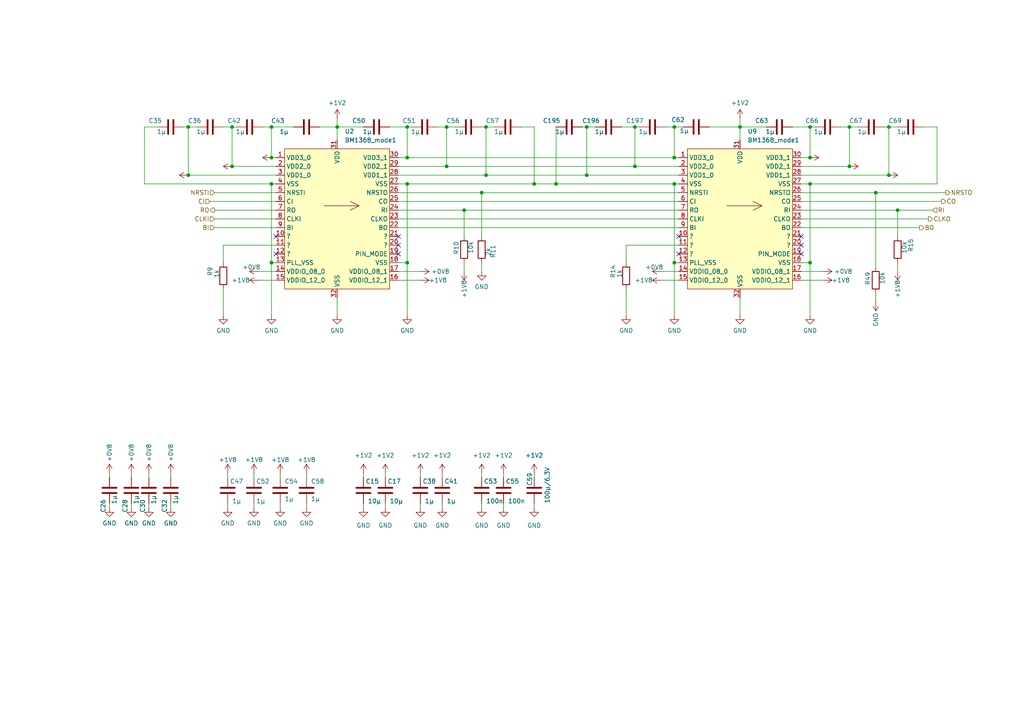
<source format=kicad_sch>
(kicad_sch (version 20231120) (generator "eeschema") (generator_version "8.0")
  (paper "A4")
  (lib_symbols
    (symbol "Device:C" (pin_numbers hide) (pin_names (offset 0.254))
      (property "Reference" "C" (at 0.635 2.54 0))
      (property "Value" "C" (at 0.635 -2.54 0))
      (symbol "C_0_1"
        (polyline (pts (xy -2.032 -0.762) (xy 2.032 -0.762)) (stroke (width 0.508)))
        (polyline (pts (xy -2.032 0.762) (xy 2.032 0.762)) (stroke (width 0.508)))
      )
      (symbol "C_1_1"
        (pin passive line (at 0 3.81 270) (length 2.794) (name "~") (number "1"))
        (pin passive line (at 0 -3.81 90) (length 2.794) (name "~") (number "2"))
      )
    )
    (symbol "Device:R" (pin_numbers hide) (pin_names (offset 0))
      (property "Reference" "R" (at 2.032 0 90))
      (property "Value" "R" (at 0 0 90))
      (symbol "R_0_1"
        (rectangle (start -1.016 -2.54) (end 1.016 2.54) (stroke (width 0.254)))
      )
      (symbol "R_1_1"
        (pin passive line (at 0 3.81 270) (length 1.27) (name "~") (number "1"))
        (pin passive line (at 0 -3.81 90) (length 1.27) (name "~") (number "2"))
      )
    )
    (symbol "GND_7" (power) (pin_names (offset 0))
      (property "Value" "GND_7" (at 0 -3.81 0))
      (symbol "GND_7_0_1"
        (polyline (pts (xy 0 0) (xy 0 -1.27) (xy 1.27 -1.27) (xy 0 -2.54) (xy -1.27 -1.27) (xy 0 -1.27)))
      )
      (symbol "GND_7_1_1"
        (pin power_in line (at 0 0 270) (length 0) hide (name "GND") (number "1"))
      )
    )
    (symbol "mylib7:+0V8" (power) (exclude_from_sim yes) (in_bom no) (on_board no)
      (property "Value" "+0V8" (at 0 3.175 90))
      (symbol "+0V8_0_1"
        (polyline (pts (xy -0.762 1.27) (xy 0 2.54)))
        (polyline (pts (xy 0 0) (xy 0 2.54)))
        (polyline (pts (xy 0 2.54) (xy 0.762 1.27)))
      )
      (symbol "+0V8_1_1"
        (pin power_in line (at 0 0 90) (length 0) hide (name "+0V8") (number "1"))
      )
    )
    (symbol "mylib7:BM1368_mode1"
      (property "Reference" "U4" (at -15.24 21.59 0))
      (property "Value" "BM1368_mode1" (at 1.905 21.59 0))
      (symbol "BM1368_mode1_0_1"
        (rectangle (start -15.24 20.32) (end 15.24 -20.32) (fill (type background)))
        (polyline (pts (xy -3.81 3.81) (xy 6.35 3.81)))
        (polyline (pts (xy 3.81 2.54) (xy 6.35 3.81)))
        (polyline (pts (xy 3.81 5.08) (xy 6.35 3.81)))
      )
      (symbol "BM1368_mode1_1_1"
        (pin power_in line (at -17.78 17.78 0) (length 2.54) (name "VDD3_0") (number "1"))
        (pin unspecified line (at -17.78 -5.08 0) (length 2.54) (name "?") (number "10"))
        (pin unspecified line (at -17.78 -7.62 0) (length 2.54) (name "?") (number "11"))
        (pin unspecified line (at -17.78 -10.16 0) (length 2.54) (name "?") (number "12"))
        (pin power_in line (at -17.78 -12.7 0) (length 2.54) (name "PLL_VSS") (number "13"))
        (pin power_in line (at -17.78 -15.24 0) (length 2.54) (name "VDDIO_08_0") (number "14"))
        (pin power_in line (at -17.78 -17.78 0) (length 2.54) (name "VDDIO_12_0") (number "15"))
        (pin power_in line (at 17.78 -17.78 180) (length 2.54) (name "VDDIO_12_1") (number "16"))
        (pin power_in line (at 17.78 -15.24 180) (length 2.54) (name "VDDIO_08_1") (number "17"))
        (pin power_in line (at 17.78 -12.7 180) (length 2.54) (name "VSS") (number "18"))
        (pin input line (at 17.78 -10.16 180) (length 2.54) (name "PIN_MODE") (number "19"))
        (pin power_in line (at -17.78 15.24 0) (length 2.54) (name "VDD2_0") (number "2"))
        (pin unspecified line (at 17.78 -7.62 180) (length 2.54) (name "?") (number "20"))
        (pin unspecified line (at 17.78 -5.08 180) (length 2.54) (name "?") (number "21"))
        (pin output line (at 17.78 -2.54 180) (length 2.54) (name "BO") (number "22"))
        (pin output line (at 17.78 0 180) (length 2.54) (name "CLKO") (number "23"))
        (pin input line (at 17.78 2.54 180) (length 2.54) (name "RI") (number "24"))
        (pin output line (at 17.78 5.08 180) (length 2.54) (name "CO") (number "25"))
        (pin output line (at 17.78 7.62 180) (length 2.54) (name "NRSTO") (number "26"))
        (pin power_in line (at 17.78 10.16 180) (length 2.54) (name "VSS") (number "27"))
        (pin power_in line (at 17.78 12.7 180) (length 2.54) (name "VDD1_1") (number "28"))
        (pin power_in line (at 17.78 15.24 180) (length 2.54) (name "VDD2_1") (number "29"))
        (pin power_in line (at -17.78 12.7 0) (length 2.54) (name "VDD1_0") (number "3"))
        (pin power_in line (at 17.78 17.78 180) (length 2.54) (name "VDD3_1") (number "30"))
        (pin power_in line (at 0 22.86 270) (length 2.54) (name "VDD") (number "31"))
        (pin power_in line (at 0 -22.86 90) (length 2.54) (name "VSS") (number "32"))
        (pin power_in line (at -17.78 10.16 0) (length 2.54) (name "VSS") (number "4"))
        (pin input line (at -17.78 7.62 0) (length 2.54) (name "NRSTI") (number "5"))
        (pin input line (at -17.78 5.08 0) (length 2.54) (name "CI") (number "6"))
        (pin output line (at -17.78 2.54 0) (length 2.54) (name "RO") (number "7"))
        (pin input line (at -17.78 0 0) (length 2.54) (name "CLKI") (number "8"))
        (pin input line (at -17.78 -2.54 0) (length 2.54) (name "BI") (number "9"))
      )
    )
    (symbol "power:+1V2" (power) (pin_names (offset 0))
      (property "Value" "+1V2" (at 0 3.556 0))
      (symbol "+1V2_0_1"
        (polyline (pts (xy -0.762 1.27) (xy 0 2.54)))
        (polyline (pts (xy 0 0) (xy 0 2.54)))
        (polyline (pts (xy 0 2.54) (xy 0.762 1.27)))
      )
      (symbol "+1V2_1_1"
        (pin power_in line (at 0 0 90) (length 0) hide (name "+1V2") (number "1"))
      )
    )
    (symbol "power:+1V8" (power) (pin_names (offset 0))
      (property "Value" "+1V8" (at 0 3.556 0))
      (symbol "+1V8_0_1"
        (polyline (pts (xy -0.762 1.27) (xy 0 2.54)))
        (polyline (pts (xy 0 0) (xy 0 2.54)))
        (polyline (pts (xy 0 2.54) (xy 0.762 1.27)))
      )
      (symbol "+1V8_1_1"
        (pin power_in line (at 0 0 90) (length 0) hide (name "+1V8") (number "1"))
      )
    )
    (symbol "power:GND" (power) (pin_names (offset 0))
      (property "Value" "GND" (at 0 -3.81 0))
      (symbol "GND_0_1"
        (polyline (pts (xy 0 0) (xy 0 -1.27) (xy 1.27 -1.27) (xy 0 -2.54) (xy -1.27 -1.27) (xy 0 -1.27)))
      )
      (symbol "GND_1_1"
        (pin power_in line (at 0 0 270) (length 0) hide (name "GND") (number "1"))
      )
    )
    (symbol "power:VDD" (power) (pin_numbers hide) (pin_names (offset 0) hide)
      (property "Value" "VDD" (at 0 3.556 0))
      (symbol "VDD_0_1"
        (polyline (pts (xy -0.762 1.27) (xy 0 2.54)))
        (polyline (pts (xy 0 0) (xy 0 2.54)))
        (polyline (pts (xy 0 2.54) (xy 0.762 1.27)))
      )
      (symbol "VDD_1_1"
        (pin power_in line (at 0 0 90) (length 0) (name "~") (number "1"))
      )
    )
  )
  (junction (at 118.11 45.72))
  (junction (at 184.15 36.83))
  (junction (at 67.31 36.83))
  (junction (at 118.11 36.83))
  (junction (at 170.18 50.8))
  (junction (at 246.38 36.83))
  (junction (at 257.81 36.83))
  (junction (at 78.74 76.2))
  (junction (at 140.97 50.8))
  (junction (at 234.95 45.72))
  (junction (at 154.94 53.34))
  (junction (at 195.58 36.83))
  (junction (at 139.7 55.88))
  (junction (at 134.62 60.96))
  (junction (at 67.31 48.26))
  (junction (at 234.95 53.34))
  (junction (at 234.95 76.2))
  (junction (at 97.79 36.83))
  (junction (at 257.81 50.8))
  (junction (at 254 55.88))
  (junction (at 78.74 36.83))
  (junction (at 195.58 45.72))
  (junction (at 129.54 36.83))
  (junction (at 54.61 50.8))
  (junction (at 184.15 48.26))
  (junction (at 118.11 53.34))
  (junction (at 214.63 36.83))
  (junction (at 78.74 53.34))
  (junction (at 195.58 76.2))
  (junction (at 78.74 45.72))
  (junction (at 118.11 76.2))
  (junction (at 140.97 36.83))
  (junction (at 260.35 60.96))
  (junction (at 234.95 36.83))
  (junction (at 129.54 48.26))
  (junction (at 54.61 36.83))
  (junction (at 170.18 36.83))
  (junction (at 246.38 48.26))
  (junction (at 161.29 53.34))
  (junction (at 195.58 53.34))
  (no_connect (at 196.85 68.58))
  (no_connect (at 115.57 68.58))
  (no_connect (at 115.57 73.66))
  (no_connect (at 196.85 73.66))
  (no_connect (at 232.41 73.66))
  (no_connect (at 115.57 71.12))
  (no_connect (at 232.41 71.12))
  (no_connect (at 80.01 68.58))
  (no_connect (at 80.01 73.66))
  (no_connect (at 232.41 68.58))
  (wire (pts (xy 115.57 50.8) (xy 140.97 50.8)))
  (wire (pts (xy 139.7 146.05) (xy 139.7 147.32)))
  (wire (pts (xy 170.18 36.83) (xy 172.72 36.83)))
  (wire (pts (xy 260.35 60.96) (xy 260.35 68.58)))
  (wire (pts (xy 271.78 53.34) (xy 271.78 36.83)))
  (wire (pts (xy 196.85 53.34) (xy 195.58 53.34)))
  (wire (pts (xy 154.94 36.83) (xy 151.13 36.83)))
  (wire (pts (xy 234.95 53.34) (xy 234.95 76.2)))
  (wire (pts (xy 246.38 48.26) (xy 246.38 36.83)))
  (wire (pts (xy 74.93 81.28) (xy 80.01 81.28)))
  (wire (pts (xy 234.95 53.34) (xy 271.78 53.34)))
  (wire (pts (xy 181.61 71.12) (xy 196.85 71.12)))
  (wire (pts (xy 214.63 34.29) (xy 214.63 36.83)))
  (wire (pts (xy 88.9 146.05) (xy 88.9 147.32)))
  (wire (pts (xy 121.92 146.05) (xy 121.92 147.32)))
  (wire (pts (xy 234.95 36.83) (xy 236.22 36.83)))
  (wire (pts (xy 191.77 81.28) (xy 196.85 81.28)))
  (wire (pts (xy 260.35 76.2) (xy 260.35 78.74)))
  (wire (pts (xy 232.41 53.34) (xy 234.95 53.34)))
  (wire (pts (xy 134.62 60.96) (xy 196.85 60.96)))
  (wire (pts (xy 254 55.88) (xy 254 77.47)))
  (wire (pts (xy 97.79 34.29) (xy 97.79 36.83)))
  (wire (pts (xy 198.12 36.83) (xy 195.58 36.83)))
  (wire (pts (xy 181.61 83.82) (xy 181.61 91.44)))
  (wire (pts (xy 195.58 76.2) (xy 195.58 91.44)))
  (wire (pts (xy 88.9 138.43) (xy 88.9 137.16)))
  (wire (pts (xy 97.79 86.36) (xy 97.79 91.44)))
  (wire (pts (xy 161.29 53.34) (xy 195.58 53.34)))
  (wire (pts (xy 154.94 53.34) (xy 154.94 36.83)))
  (wire (pts (xy 139.7 36.83) (xy 140.97 36.83)))
  (wire (pts (xy 118.11 53.34) (xy 154.94 53.34)))
  (wire (pts (xy 154.94 53.34) (xy 161.29 53.34)))
  (wire (pts (xy 118.11 76.2) (xy 118.11 91.44)))
  (wire (pts (xy 43.18 137.16) (xy 43.18 138.43)))
  (wire (pts (xy 78.74 76.2) (xy 78.74 91.44)))
  (wire (pts (xy 78.74 53.34) (xy 78.74 76.2)))
  (wire (pts (xy 78.74 53.34) (xy 41.91 53.34)))
  (wire (pts (xy 128.27 146.05) (xy 128.27 147.32)))
  (wire (pts (xy 49.53 137.16) (xy 49.53 138.43)))
  (wire (pts (xy 64.77 71.12) (xy 64.77 76.2)))
  (wire (pts (xy 67.31 36.83) (xy 68.58 36.83)))
  (wire (pts (xy 115.57 66.04) (xy 196.85 66.04)))
  (wire (pts (xy 128.27 137.16) (xy 128.27 138.43)))
  (wire (pts (xy 73.66 137.16) (xy 73.66 138.43)))
  (wire (pts (xy 134.62 60.96) (xy 134.62 68.58)))
  (wire (pts (xy 191.77 78.74) (xy 196.85 78.74)))
  (wire (pts (xy 97.79 36.83) (xy 97.79 40.64)))
  (wire (pts (xy 271.78 36.83) (xy 267.97 36.83)))
  (wire (pts (xy 113.03 36.83) (xy 118.11 36.83)))
  (wire (pts (xy 115.57 45.72) (xy 118.11 45.72)))
  (wire (pts (xy 234.95 45.72) (xy 234.95 36.83)))
  (wire (pts (xy 31.75 137.16) (xy 31.75 138.43)))
  (wire (pts (xy 41.91 53.34) (xy 41.91 36.83)))
  (wire (pts (xy 111.76 146.05) (xy 111.76 147.32)))
  (wire (pts (xy 154.94 137.16) (xy 154.94 138.43)))
  (wire (pts (xy 170.18 50.8) (xy 196.85 50.8)))
  (wire (pts (xy 81.28 138.43) (xy 81.28 137.16)))
  (wire (pts (xy 129.54 48.26) (xy 129.54 36.83)))
  (wire (pts (xy 54.61 36.83) (xy 57.15 36.83)))
  (wire (pts (xy 115.57 78.74) (xy 121.92 78.74)))
  (wire (pts (xy 232.41 76.2) (xy 234.95 76.2)))
  (wire (pts (xy 78.74 36.83) (xy 85.09 36.83)))
  (wire (pts (xy 31.75 146.05) (xy 31.75 147.32)))
  (wire (pts (xy 184.15 36.83) (xy 184.15 48.26)))
  (wire (pts (xy 129.54 48.26) (xy 184.15 48.26)))
  (wire (pts (xy 64.77 71.12) (xy 80.01 71.12)))
  (wire (pts (xy 254 55.88) (xy 274.32 55.88)))
  (wire (pts (xy 269.24 63.5) (xy 232.41 63.5)))
  (wire (pts (xy 38.1 146.05) (xy 38.1 147.32)))
  (wire (pts (xy 54.61 50.8) (xy 80.01 50.8)))
  (wire (pts (xy 115.57 53.34) (xy 118.11 53.34)))
  (wire (pts (xy 54.61 50.8) (xy 54.61 36.83)))
  (wire (pts (xy 115.57 81.28) (xy 121.92 81.28)))
  (wire (pts (xy 38.1 137.16) (xy 38.1 138.43)))
  (wire (pts (xy 257.81 36.83) (xy 260.35 36.83)))
  (wire (pts (xy 181.61 71.12) (xy 181.61 76.2)))
  (wire (pts (xy 161.29 36.83) (xy 161.29 53.34)))
  (wire (pts (xy 195.58 76.2) (xy 196.85 76.2)))
  (wire (pts (xy 256.54 36.83) (xy 257.81 36.83)))
  (wire (pts (xy 232.41 81.28) (xy 238.76 81.28)))
  (wire (pts (xy 180.34 36.83) (xy 184.15 36.83)))
  (wire (pts (xy 232.41 66.04) (xy 266.7 66.04)))
  (wire (pts (xy 146.05 137.16) (xy 146.05 138.43)))
  (wire (pts (xy 64.77 83.82) (xy 64.77 91.44)))
  (wire (pts (xy 214.63 36.83) (xy 222.25 36.83)))
  (wire (pts (xy 170.18 36.83) (xy 170.18 50.8)))
  (wire (pts (xy 62.23 63.5) (xy 80.01 63.5)))
  (wire (pts (xy 195.58 45.72) (xy 196.85 45.72)))
  (wire (pts (xy 140.97 36.83) (xy 143.51 36.83)))
  (wire (pts (xy 41.91 36.83) (xy 45.72 36.83)))
  (wire (pts (xy 195.58 53.34) (xy 195.58 76.2)))
  (wire (pts (xy 115.57 58.42) (xy 196.85 58.42)))
  (wire (pts (xy 127 36.83) (xy 129.54 36.83)))
  (wire (pts (xy 140.97 50.8) (xy 170.18 50.8)))
  (wire (pts (xy 232.41 48.26) (xy 246.38 48.26)))
  (wire (pts (xy 67.31 48.26) (xy 67.31 36.83)))
  (wire (pts (xy 115.57 48.26) (xy 129.54 48.26)))
  (wire (pts (xy 168.91 36.83) (xy 170.18 36.83)))
  (wire (pts (xy 115.57 60.96) (xy 134.62 60.96)))
  (wire (pts (xy 78.74 45.72) (xy 80.01 45.72)))
  (wire (pts (xy 139.7 76.2) (xy 139.7 78.74)))
  (wire (pts (xy 74.93 78.74) (xy 80.01 78.74)))
  (wire (pts (xy 43.18 146.05) (xy 43.18 147.32)))
  (wire (pts (xy 232.41 45.72) (xy 234.95 45.72)))
  (wire (pts (xy 205.74 36.83) (xy 214.63 36.83)))
  (wire (pts (xy 111.76 137.16) (xy 111.76 138.43)))
  (wire (pts (xy 62.23 66.04) (xy 80.01 66.04)))
  (wire (pts (xy 118.11 36.83) (xy 119.38 36.83)))
  (wire (pts (xy 64.77 36.83) (xy 67.31 36.83)))
  (wire (pts (xy 118.11 45.72) (xy 195.58 45.72)))
  (wire (pts (xy 214.63 86.36) (xy 214.63 91.44)))
  (wire (pts (xy 195.58 36.83) (xy 195.58 45.72)))
  (wire (pts (xy 254 85.09) (xy 254 87.63)))
  (wire (pts (xy 67.31 48.26) (xy 80.01 48.26)))
  (wire (pts (xy 105.41 137.16) (xy 105.41 138.43)))
  (wire (pts (xy 232.41 78.74) (xy 238.76 78.74)))
  (wire (pts (xy 92.71 36.83) (xy 97.79 36.83)))
  (wire (pts (xy 115.57 63.5) (xy 196.85 63.5)))
  (wire (pts (xy 62.23 60.96) (xy 80.01 60.96)))
  (wire (pts (xy 105.41 146.05) (xy 105.41 147.32)))
  (wire (pts (xy 140.97 50.8) (xy 140.97 36.83)))
  (wire (pts (xy 229.87 36.83) (xy 234.95 36.83)))
  (wire (pts (xy 73.66 146.05) (xy 73.66 147.32)))
  (wire (pts (xy 243.84 36.83) (xy 246.38 36.83)))
  (wire (pts (xy 134.62 76.2) (xy 134.62 78.74)))
  (wire (pts (xy 139.7 55.88) (xy 196.85 55.88)))
  (wire (pts (xy 234.95 76.2) (xy 234.95 91.44)))
  (wire (pts (xy 129.54 36.83) (xy 132.08 36.83)))
  (wire (pts (xy 53.34 36.83) (xy 54.61 36.83)))
  (wire (pts (xy 49.53 146.05) (xy 49.53 147.32)))
  (wire (pts (xy 214.63 36.83) (xy 214.63 40.64)))
  (wire (pts (xy 139.7 55.88) (xy 139.7 68.58)))
  (wire (pts (xy 78.74 76.2) (xy 80.01 76.2)))
  (wire (pts (xy 118.11 45.72) (xy 118.11 36.83)))
  (wire (pts (xy 232.41 60.96) (xy 260.35 60.96)))
  (wire (pts (xy 273.05 58.42) (xy 232.41 58.42)))
  (wire (pts (xy 66.04 146.05) (xy 66.04 147.32)))
  (wire (pts (xy 115.57 55.88) (xy 139.7 55.88)))
  (wire (pts (xy 184.15 36.83) (xy 185.42 36.83)))
  (wire (pts (xy 81.28 146.05) (xy 81.28 147.32)))
  (wire (pts (xy 257.81 50.8) (xy 257.81 36.83)))
  (wire (pts (xy 232.41 55.88) (xy 254 55.88)))
  (wire (pts (xy 60.96 58.42) (xy 80.01 58.42)))
  (wire (pts (xy 139.7 137.16) (xy 139.7 138.43)))
  (wire (pts (xy 76.2 36.83) (xy 78.74 36.83)))
  (wire (pts (xy 115.57 76.2) (xy 118.11 76.2)))
  (wire (pts (xy 193.04 36.83) (xy 195.58 36.83)))
  (wire (pts (xy 121.92 137.16) (xy 121.92 138.43)))
  (wire (pts (xy 146.05 146.05) (xy 146.05 147.32)))
  (wire (pts (xy 232.41 50.8) (xy 257.81 50.8)))
  (wire (pts (xy 118.11 53.34) (xy 118.11 76.2)))
  (wire (pts (xy 184.15 48.26) (xy 196.85 48.26)))
  (wire (pts (xy 246.38 36.83) (xy 248.92 36.83)))
  (wire (pts (xy 260.35 60.96) (xy 270.51 60.96)))
  (wire (pts (xy 97.79 36.83) (xy 105.41 36.83)))
  (wire (pts (xy 66.04 137.16) (xy 66.04 138.43)))
  (wire (pts (xy 78.74 36.83) (xy 78.74 45.72)))
  (wire (pts (xy 80.01 53.34) (xy 78.74 53.34)))
  (wire (pts (xy 62.23 55.88) (xy 80.01 55.88)))
  (wire (pts (xy 154.94 146.05) (xy 154.94 147.32)))
  (hierarchical_label "NRSTO" (shape output) (at 274.32 55.88 0))
  (hierarchical_label "RI" (shape input) (at 270.51 60.96 0))
  (hierarchical_label "BI" (shape input) (at 62.23 66.04 180))
  (hierarchical_label "CLKO" (shape output) (at 269.24 63.5 0))
  (hierarchical_label "CI" (shape input) (at 60.96 58.42 180))
  (hierarchical_label "BO" (shape output) (at 266.7 66.04 0))
  (hierarchical_label "CO" (shape output) (at 273.05 58.42 0))
  (hierarchical_label "RO" (shape output) (at 62.23 60.96 180))
  (hierarchical_label "NRSTI" (shape input) (at 62.23 55.88 180))
  (hierarchical_label "CLKI" (shape input) (at 62.23 63.5 180))
  (symbol (lib_id "power:+1V2") (at 139.7 137.16 0) (unit 1)
    (property "Reference" "#PWR089" (effects (hide yes)))
    (property "Value" "+1V2" (at 139.7 132.08 0))
    (instances (project "Nerd8" (path "" (reference "#PWR089") (unit 1)) (path "" (reference "#PWR0129") (unit 1)) (path "" (reference "#PWR0260") (unit 1)) (path "" (reference "#PWR0303") (unit 1))))
  )
  (symbol (lib_id "Device:C") (at 123.19 36.83 90) (unit 1)
    (property "Reference" "C51" (at 120.65 34.29 90) (effects (justify left bottom)))
    (property "Value" "1µ" (at 121.92 37.465 90) (effects (justify left bottom)))
    (property "Footprint" "Capacitor_SMD:C_0805_2012Metric" (effects (hide yes)))
    (instances (project "Nerd8" (path "" (reference "C51") (unit 1)) (path "" (reference "C71") (unit 1)) (path "" (reference "C136") (unit 1)) (path "" (reference "C164") (unit 1))))
  )
  (symbol (lib_id "power:VDD") (at 54.61 50.8 90) (unit 1)
    (property "Reference" "#PWR0359" (effects (hide yes)))
    (property "Value" "VDD1_1" (effects (hide yes)))
    (property "Description" "Power symbol creates a global label with name \"VDD\"" (effects (hide yes)))
    (instances (project "Nerd8" (path "" (reference "#PWR0359") (unit 1)) (path "" (reference "#PWR0360") (unit 1)) (path "" (reference "#PWR0361") (unit 1)) (path "" (reference "#PWR0362") (unit 1))))
  )
  (symbol (lib_id "power:GND") (at 64.77 91.44 0) (mirror y) (unit 1)
    (property "Reference" "#PWR091" (effects (hide yes)))
    (property "Value" "GND" (at 64.77 95.885 0))
    (instances (project "Nerd8" (path "" (reference "#PWR091") (unit 1)) (path "" (reference "#PWR065") (unit 1)) (path "" (reference "#PWR0234") (unit 1)) (path "" (reference "#PWR0278") (unit 1))))
  )
  (symbol (lib_id "Device:C") (at 121.92 142.24 0) (unit 1)
    (property "Reference" "C38" (at 122.555 140.335 0) (effects (justify left bottom)))
    (property "Value" "1µ" (at 123.19 146.05 0) (effects (justify left bottom)))
    (property "Footprint" "Capacitor_SMD:C_0805_2012Metric" (effects (hide yes)))
    (instances (project "Nerd8" (path "" (reference "C38") (unit 1)) (path "" (reference "C70") (unit 1)) (path "" (reference "C135") (unit 1)) (path "" (reference "C163") (unit 1))))
  )
  (symbol (lib_id "power:+1V8") (at 88.9 137.16 0) (unit 1)
    (property "Reference" "#PWR099" (effects (hide yes)))
    (property "Value" "+1V8" (at 88.9 133.35 0))
    (instances (project "Nerd8" (path "" (reference "#PWR099") (unit 1)) (path "" (reference "#PWR080") (unit 1)) (path "" (reference "#PWR0244") (unit 1)) (path "" (reference "#PWR0287") (unit 1))))
  )
  (symbol (lib_id "power:+1V8") (at 81.28 137.16 0) (unit 1)
    (property "Reference" "#PWR093" (effects (hide yes)))
    (property "Value" "+1V8" (at 81.28 133.35 0))
    (instances (project "Nerd8" (path "" (reference "#PWR093") (unit 1)) (path "" (reference "#PWR078") (unit 1)) (path "" (reference "#PWR0242") (unit 1)) (path "" (reference "#PWR0285") (unit 1))))
  )
  (symbol (lib_id "Device:C") (at 165.1 36.83 90) (unit 1)
    (property "Reference" "C195" (at 162.56 34.29 90) (effects (justify left bottom)))
    (property "Value" "1µ" (at 163.83 37.465 90) (effects (justify left bottom)))
    (property "Footprint" "Capacitor_SMD:C_0805_2012Metric" (effects (hide yes)))
    (instances (project "Nerd8" (path "" (reference "C195") (unit 1)) (path "" (reference "C203") (unit 1)) (path "" (reference "C211") (unit 1)) (path "" (reference "C219") (unit 1))))
  )
  (symbol (lib_id "Device:C") (at 264.16 36.83 90) (unit 1)
    (property "Reference" "C69" (at 261.62 34.29 90) (effects (justify left bottom)))
    (property "Value" "1µ" (at 262.89 37.465 90) (effects (justify left bottom)))
    (property "Footprint" "Capacitor_SMD:C_0805_2012Metric" (effects (hide yes)))
    (instances (project "Nerd8" (path "" (reference "C69") (unit 1)) (path "" (reference "C93") (unit 1)) (path "" (reference "C147") (unit 1)) (path "" (reference "C175") (unit 1))))
  )
  (symbol (lib_id "power:GND") (at 139.7 78.74 0) (mirror y) (unit 1)
    (property "Reference" "#PWR0117" (effects (hide yes)))
    (property "Value" "GND" (at 139.7 83.185 0))
    (instances (project "Nerd8" (path "" (reference "#PWR0117") (unit 1)) (path "" (reference "#PWR0128") (unit 1)) (path "" (reference "#PWR0259") (unit 1)) (path "" (reference "#PWR0302") (unit 1))))
  )
  (symbol (lib_id "power:+1V8") (at 134.62 78.74 180) (unit 1)
    (property "Reference" "#PWR0110" (effects (hide yes)))
    (property "Value" "+1V8" (at 134.62 83.82 90))
    (instances (project "Nerd8" (path "" (reference "#PWR0110") (unit 1)) (path "" (reference "#PWR0127") (unit 1)) (path "" (reference "#PWR0258") (unit 1)) (path "" (reference "#PWR0301") (unit 1))))
  )
  (symbol (lib_id "Device:C") (at 66.04 142.24 0) (unit 1)
    (property "Reference" "C47" (at 66.675 140.335 0) (effects (justify left bottom)))
    (property "Value" "1µ" (at 67.31 146.05 0) (effects (justify left bottom)))
    (property "Footprint" "Capacitor_SMD:C_0805_2012Metric" (effects (hide yes)))
    (instances (project "Nerd8" (path "" (reference "C47") (unit 1)) (path "" (reference "C40") (unit 1)) (path "" (reference "C126") (unit 1)) (path "" (reference "C154") (unit 1))))
  )
  (symbol (lib_id "power:+1V8") (at 73.66 137.16 0) (unit 1)
    (property "Reference" "#PWR087" (effects (hide yes)))
    (property "Value" "+1V8" (at 73.66 133.35 0))
    (instances (project "Nerd8" (path "" (reference "#PWR087") (unit 1)) (path "" (reference "#PWR069") (unit 1)) (path "" (reference "#PWR0238") (unit 1)) (path "" (reference "#PWR0281") (unit 1))))
  )
  (symbol (lib_id "mylib7:+0V8") (at 38.1 137.16 0) (unit 1)
    (property "Reference" "#U03" (effects (hide yes)))
    (property "Value" "+0V8" (at 38.1 133.985 90) (effects (justify left)))
    (property "Distributor" "-" (effects (hide yes)))
    (instances (project "Nerd8" (path "" (reference "#U03") (unit 1)) (path "" (reference "#U07") (unit 1)) (path "" (reference "#U019") (unit 1)) (path "" (reference "#U027") (unit 1))))
  )
  (symbol (lib_id "Device:C") (at 88.9 142.24 0) (unit 1)
    (property "Reference" "C58" (at 90.17 140.335 0) (effects (justify left bottom)))
    (property "Value" "1µ" (at 90.17 145.415 0) (effects (justify left bottom)))
    (property "Footprint" "Capacitor_SMD:C_0805_2012Metric" (effects (hide yes)))
    (instances (project "Nerd8" (path "" (reference "C58") (unit 1)) (path "" (reference "C61") (unit 1)) (path "" (reference "C131") (unit 1)) (path "" (reference "C159") (unit 1))))
  )
  (symbol (lib_id "power:+1V2") (at 214.63 34.29 0) (unit 1)
    (property "Reference" "#PWR0121" (effects (hide yes)))
    (property "Value" "+1V2" (at 214.63 29.845 0))
    (instances (project "Nerd8" (path "" (reference "#PWR0121") (unit 1)) (path "" (reference "#PWR0138") (unit 1)) (path "" (reference "#PWR0269") (unit 1)) (path "" (reference "#PWR0312") (unit 1))))
  )
  (symbol (lib_id "power:+1V2") (at 128.27 137.16 0) (unit 1)
    (property "Reference" "#PWR076" (effects (hide yes)))
    (property "Value" "+1V2" (at 128.27 132.08 0))
    (instances (project "Nerd8" (path "" (reference "#PWR076") (unit 1)) (path "" (reference "#PWR0116") (unit 1)) (path "" (reference "#PWR0256") (unit 1)) (path "" (reference "#PWR0299") (unit 1))))
  )
  (symbol (lib_id "Device:C") (at 109.22 36.83 90) (unit 1)
    (property "Reference" "C50" (at 106.045 34.29 90) (effects (justify left bottom)))
    (property "Value" "1µ" (at 107.95 37.465 90) (effects (justify left bottom)))
    (property "Footprint" "Capacitor_SMD:C_0805_2012Metric" (effects (hide yes)))
    (instances (project "Nerd8" (path "" (reference "C50") (unit 1)) (path "" (reference "C65") (unit 1)) (path "" (reference "C133") (unit 1)) (path "" (reference "C161") (unit 1))))
  )
  (symbol (lib_id "power:+1V8") (at 121.92 81.28 270) (unit 1)
    (property "Reference" "#PWR0109" (effects (hide yes)))
    (property "Value" "+1V8" (at 127 81.28 90))
    (instances (project "Nerd8" (path "" (reference "#PWR0109") (unit 1)) (path "" (reference "#PWR0113") (unit 1)) (path "" (reference "#PWR0253") (unit 1)) (path "" (reference "#PWR0296") (unit 1))))
  )
  (symbol (lib_id "power:VDD") (at 246.38 48.26 270) (unit 1)
    (property "Reference" "#PWR0343" (effects (hide yes)))
    (property "Value" "VDD2_1" (effects (hide yes)))
    (property "Description" "Power symbol creates a global label with name \"VDD\"" (effects (hide yes)))
    (instances (project "Nerd8" (path "" (reference "#PWR0343") (unit 1)) (path "" (reference "#PWR0344") (unit 1)) (path "" (reference "#PWR0345") (unit 1)) (path "" (reference "#PWR0346") (unit 1))))
  )
  (symbol (lib_id "power:GND") (at 195.58 91.44 0) (mirror y) (unit 1)
    (property "Reference" "#PWR0120" (effects (hide yes)))
    (property "Value" "GND" (at 195.58 95.885 0))
    (instances (project "Nerd8" (path "" (reference "#PWR0120") (unit 1)) (path "" (reference "#PWR0137") (unit 1)) (path "" (reference "#PWR0268") (unit 1)) (path "" (reference "#PWR0311") (unit 1))))
  )
  (symbol (lib_id "mylib7:BM1368_mode1") (at 214.63 63.5 0) (unit 1)
    (property "Reference" "U9" (at 216.8241 38.1 0) (effects (justify left)))
    (property "Value" "BM1368_mode1" (at 216.8241 40.64 0) (effects (justify left)))
    (property "Footprint" "myfootprints:bm1368-package-modified" (effects (hide yes)))
    (property "Distributor" "X" (effects (hide yes)))
    (instances (project "Nerd8" (path "" (reference "U9") (unit 1)) (path "" (reference "U11") (unit 1)) (path "" (reference "U13") (unit 1)) (path "" (reference "U15") (unit 1))))
  )
  (symbol (lib_id "Device:R") (at 260.35 72.39 0) (unit 1)
    (property "Reference" "R15" (at 264.16 71.12 90))
    (property "Value" "10k" (at 262.255 71.755 90))
    (property "Footprint" "Resistor_SMD:R_0805_2012Metric" (effects (hide yes)))
    (instances (project "Nerd8" (path "" (reference "R15") (unit 1)) (path "" (reference "R20") (unit 1)) (path "" (reference "R41") (unit 1)) (path "" (reference "R46") (unit 1))))
  )
  (symbol (lib_name "GND_7") (lib_id "power:GND") (at 121.92 147.32 0) (unit 1)
    (property "Reference" "#PWR073" (effects (hide yes)))
    (property "Value" "GND" (at 121.92 152.4 0))
    (instances (project "Nerd8" (path "" (reference "#PWR073") (unit 1)) (path "" (reference "#PWR0115") (unit 1)) (path "" (reference "#PWR0255") (unit 1)) (path "" (reference "#PWR0298") (unit 1))))
  )
  (symbol (lib_id "power:GND") (at 78.74 91.44 0) (mirror y) (unit 1)
    (property "Reference" "#PWR095" (effects (hide yes)))
    (property "Value" "GND" (at 78.74 95.885 0))
    (instances (project "Nerd8" (path "" (reference "#PWR095") (unit 1)) (path "" (reference "#PWR074") (unit 1)) (path "" (reference "#PWR0241") (unit 1)) (path "" (reference "#PWR0284") (unit 1))))
  )
  (symbol (lib_id "Device:C") (at 240.03 36.83 90) (unit 1)
    (property "Reference" "C66" (at 237.49 34.29 90) (effects (justify left bottom)))
    (property "Value" "1µ" (at 238.76 37.465 90) (effects (justify left bottom)))
    (property "Footprint" "Capacitor_SMD:C_0805_2012Metric" (effects (hide yes)))
    (instances (project "Nerd8" (path "" (reference "C66") (unit 1)) (path "" (reference "C80") (unit 1)) (path "" (reference "C145") (unit 1)) (path "" (reference "C173") (unit 1))))
  )
  (symbol (lib_id "mylib7:+0V8") (at 74.93 78.74 90) (unit 1)
    (property "Reference" "#U010" (effects (hide yes)))
    (property "Value" "+0V8" (at 75.565 77.47 90) (effects (justify left)))
    (property "Distributor" "-" (effects (hide yes)))
    (instances (project "Nerd8" (path "" (reference "#U010") (unit 1)) (path "" (reference "#U014") (unit 1)) (path "" (reference "#U022") (unit 1)) (path "" (reference "#U032") (unit 1))))
  )
  (symbol (lib_id "power:+1V8") (at 74.93 81.28 90) (unit 1)
    (property "Reference" "#PWR092" (effects (hide yes)))
    (property "Value" "+1V8" (at 69.85 81.28 90))
    (instances (project "Nerd8" (path "" (reference "#PWR092") (unit 1)) (path "" (reference "#PWR071") (unit 1)) (path "" (reference "#PWR0240") (unit 1)) (path "" (reference "#PWR0283") (unit 1))))
  )
  (symbol (lib_id "power:+1V2") (at 105.41 137.16 0) (unit 1)
    (property "Reference" "#PWR037" (effects (hide yes)))
    (property "Value" "+1V2" (at 105.41 132.08 0))
    (instances (project "Nerd8" (path "" (reference "#PWR037") (unit 1)) (path "" (reference "#PWR0104") (unit 1)) (path "" (reference "#PWR0248") (unit 1)) (path "" (reference "#PWR0291") (unit 1))))
  )
  (symbol (lib_id "power:GND") (at 43.18 147.32 0) (mirror y) (unit 1)
    (property "Reference" "#PWR064" (effects (hide yes)))
    (property "Value" "GND" (at 43.18 151.765 0))
    (instances (project "Nerd8" (path "" (reference "#PWR064") (unit 1)) (path "" (reference "#PWR062") (unit 1)) (path "" (reference "#PWR0232") (unit 1)) (path "" (reference "#PWR0276") (unit 1))))
  )
  (symbol (lib_id "Device:C") (at 73.66 142.24 0) (unit 1)
    (property "Reference" "C52" (at 74.295 140.335 0) (effects (justify left bottom)))
    (property "Value" "1µ" (at 74.295 146.05 0) (effects (justify left bottom)))
    (property "Footprint" "Capacitor_SMD:C_0805_2012Metric" (effects (hide yes)))
    (instances (project "Nerd8" (path "" (reference "C52") (unit 1)) (path "" (reference "C46") (unit 1)) (path "" (reference "C128") (unit 1)) (path "" (reference "C156") (unit 1))))
  )
  (symbol (lib_id "power:+1V2") (at 121.92 137.16 0) (unit 1)
    (property "Reference" "#PWR072" (effects (hide yes)))
    (property "Value" "+1V2" (at 121.92 132.08 0))
    (instances (project "Nerd8" (path "" (reference "#PWR072") (unit 1)) (path "" (reference "#PWR0114") (unit 1)) (path "" (reference "#PWR0254") (unit 1)) (path "" (reference "#PWR0297") (unit 1))))
  )
  (symbol (lib_id "power:GND") (at 73.66 147.32 0) (mirror y) (unit 1)
    (property "Reference" "#PWR088" (effects (hide yes)))
    (property "Value" "GND" (at 73.66 151.765 0))
    (instances (project "Nerd8" (path "" (reference "#PWR088") (unit 1)) (path "" (reference "#PWR070") (unit 1)) (path "" (reference "#PWR0239") (unit 1)) (path "" (reference "#PWR0282") (unit 1))))
  )
  (symbol (lib_id "power:+1V2") (at 154.94 137.16 0) (unit 1)
    (property "Reference" "#PWR0101" (effects (hide yes)))
    (property "Value" "+1V2" (at 154.94 132.08 0))
    (instances (project "Nerd8" (path "" (reference "#PWR0101") (unit 1)) (path "" (reference "#PWR0134") (unit 1)) (path "" (reference "#PWR0265") (unit 1)) (path "" (reference "#PWR0308") (unit 1))))
  )
  (symbol (lib_id "Device:C") (at 176.53 36.83 90) (unit 1)
    (property "Reference" "C196" (at 173.99 34.29 90) (effects (justify left bottom)))
    (property "Value" "1µ" (at 175.26 37.465 90) (effects (justify left bottom)))
    (property "Footprint" "Capacitor_SMD:C_0805_2012Metric" (effects (hide yes)))
    (instances (project "Nerd8" (path "" (reference "C196") (unit 1)) (path "" (reference "C204") (unit 1)) (path "" (reference "C212") (unit 1)) (path "" (reference "C220") (unit 1))))
  )
  (symbol (lib_id "power:VDD") (at 67.31 48.26 90) (unit 1)
    (property "Reference" "#PWR0355" (effects (hide yes)))
    (property "Value" "VDD2_1" (effects (hide yes)))
    (property "Description" "Power symbol creates a global label with name \"VDD\"" (effects (hide yes)))
    (instances (project "Nerd8" (path "" (reference "#PWR0355") (unit 1)) (path "" (reference "#PWR0356") (unit 1)) (path "" (reference "#PWR0357") (unit 1)) (path "" (reference "#PWR0358") (unit 1))))
  )
  (symbol (lib_id "power:+1V2") (at 97.79 34.29 0) (unit 1)
    (property "Reference" "#PWR096" (effects (hide yes)))
    (property "Value" "+1V2" (at 97.79 29.845 0))
    (instances (project "Nerd8" (path "" (reference "#PWR096") (unit 1)) (path "" (reference "#PWR086") (unit 1)) (path "" (reference "#PWR0246") (unit 1)) (path "" (reference "#PWR0289") (unit 1))))
  )
  (symbol (lib_name "GND_7") (lib_id "power:GND") (at 105.41 147.32 0) (unit 1)
    (property "Reference" "#PWR038" (effects (hide yes)))
    (property "Value" "GND" (at 105.41 152.4 0))
    (instances (project "Nerd8" (path "" (reference "#PWR038") (unit 1)) (path "" (reference "#PWR0105") (unit 1)) (path "" (reference "#PWR0249") (unit 1)) (path "" (reference "#PWR0292") (unit 1))))
  )
  (symbol (lib_id "Device:C") (at 135.89 36.83 90) (unit 1)
    (property "Reference" "C56" (at 133.35 34.29 90) (effects (justify left bottom)))
    (property "Value" "1µ" (at 134.62 37.465 90) (effects (justify left bottom)))
    (property "Footprint" "Capacitor_SMD:C_0805_2012Metric" (effects (hide yes)))
    (instances (project "Nerd8" (path "" (reference "C56") (unit 1)) (path "" (reference "C73") (unit 1)) (path "" (reference "C138") (unit 1)) (path "" (reference "C166") (unit 1))))
  )
  (symbol (lib_name "GND_7") (lib_id "power:GND") (at 146.05 147.32 0) (unit 1)
    (property "Reference" "#PWR098" (effects (hide yes)))
    (property "Value" "GND" (at 146.05 152.4 0))
    (instances (project "Nerd8" (path "" (reference "#PWR098") (unit 1)) (path "" (reference "#PWR0133") (unit 1)) (path "" (reference "#PWR0264") (unit 1)) (path "" (reference "#PWR0307") (unit 1))))
  )
  (symbol (lib_id "mylib7:BM1368_mode1") (at 97.79 63.5 0) (unit 1)
    (property "Reference" "U2" (at 99.9841 38.1 0) (effects (justify left)))
    (property "Value" "BM1368_mode1" (at 99.9841 40.64 0) (effects (justify left)))
    (property "Footprint" "myfootprints:bm1368-package-modified" (effects (hide yes)))
    (property "Distributor" "X" (effects (hide yes)))
    (instances (project "Nerd8" (path "" (reference "U2") (unit 1)) (path "" (reference "U10") (unit 1)) (path "" (reference "U12") (unit 1)) (path "" (reference "U14") (unit 1))))
  )
  (symbol (lib_id "Device:C") (at 189.23 36.83 90) (unit 1)
    (property "Reference" "C197" (at 186.69 34.29 90) (effects (justify left bottom)))
    (property "Value" "1µ" (at 187.96 37.465 90) (effects (justify left bottom)))
    (property "Footprint" "Capacitor_SMD:C_0805_2012Metric" (effects (hide yes)))
    (instances (project "Nerd8" (path "" (reference "C197") (unit 1)) (path "" (reference "C205") (unit 1)) (path "" (reference "C213") (unit 1)) (path "" (reference "C221") (unit 1))))
  )
  (symbol (lib_id "power:GND") (at 81.28 147.32 0) (mirror y) (unit 1)
    (property "Reference" "#PWR094" (effects (hide yes)))
    (property "Value" "GND" (at 81.28 151.765 0))
    (instances (project "Nerd8" (path "" (reference "#PWR094") (unit 1)) (path "" (reference "#PWR079") (unit 1)) (path "" (reference "#PWR0243") (unit 1)) (path "" (reference "#PWR0286") (unit 1))))
  )
  (symbol (lib_id "Device:C") (at 43.18 142.24 180) (unit 1)
    (property "Reference" "C30" (at 40.64 144.78 90) (effects (justify left bottom)))
    (property "Value" "1µ" (at 43.815 143.51 90) (effects (justify left bottom)))
    (property "Footprint" "Capacitor_SMD:C_0805_2012Metric" (effects (hide yes)))
    (instances (project "Nerd8" (path "" (reference "C30") (unit 1)) (path "" (reference "C31") (unit 1)) (path "" (reference "C122") (unit 1)) (path "" (reference "C150") (unit 1))))
  )
  (symbol (lib_id "Device:C") (at 49.53 36.83 90) (unit 1)
    (property "Reference" "C35" (at 46.99 34.29 90) (effects (justify left bottom)))
    (property "Value" "1µ" (at 48.26 37.465 90) (effects (justify left bottom)))
    (property "Footprint" "Capacitor_SMD:C_0805_2012Metric" (effects (hide yes)))
    (instances (project "Nerd8" (path "" (reference "C35") (unit 1)) (path "" (reference "C33") (unit 1)) (path "" (reference "C123") (unit 1)) (path "" (reference "C151") (unit 1))))
  )
  (symbol (lib_id "mylib7:+0V8") (at 191.77 78.74 90) (unit 1)
    (property "Reference" "#U012" (effects (hide yes)))
    (property "Value" "+0V8" (at 192.405 77.47 90) (effects (justify left)))
    (property "Distributor" "-" (effects (hide yes)))
    (instances (project "Nerd8" (path "" (reference "#U012") (unit 1)) (path "" (reference "#U016") (unit 1)) (path "" (reference "#U024") (unit 1)) (path "" (reference "#U035") (unit 1))))
  )
  (symbol (lib_id "power:+1V8") (at 260.35 78.74 180) (unit 1)
    (property "Reference" "#PWR0125" (effects (hide yes)))
    (property "Value" "+1V8" (at 260.35 83.82 90))
    (instances (project "Nerd8" (path "" (reference "#PWR0125") (unit 1)) (path "" (reference "#PWR0158") (unit 1)) (path "" (reference "#PWR0273") (unit 1)) (path "" (reference "#PWR0316") (unit 1))))
  )
  (symbol (lib_id "Device:C") (at 111.76 142.24 0) (unit 1)
    (property "Reference" "C17" (at 112.395 140.335 0) (effects (justify left bottom)))
    (property "Value" "10µ" (at 113.03 146.05 0) (effects (justify left bottom)))
    (property "Footprint" "Capacitor_SMD:C_0805_2012Metric" (effects (hide yes)))
    (property "Distributor" "D" (effects (hide yes)))
    (property "Manufacturer" "C2012X5R1E106K125AB" (effects (hide yes)))
    (property "OrderNr" "445-5984-1-ND" (effects (hide yes)))
    (instances (project "Nerd8" (path "" (reference "C17") (unit 1)) (path "" (reference "C68") (unit 1)) (path "" (reference "C134") (unit 1)) (path "" (reference "C162") (unit 1))))
  )
  (symbol (lib_id "power:+1V8") (at 191.77 81.28 90) (unit 1)
    (property "Reference" "#PWR0119" (effects (hide yes)))
    (property "Value" "+1V8" (at 186.69 81.28 90))
    (instances (project "Nerd8" (path "" (reference "#PWR0119") (unit 1)) (path "" (reference "#PWR0136") (unit 1)) (path "" (reference "#PWR0267") (unit 1)) (path "" (reference "#PWR0310") (unit 1))))
  )
  (symbol (lib_id "mylib7:+0V8") (at 43.18 137.16 0) (unit 1)
    (property "Reference" "#U04" (effects (hide yes)))
    (property "Value" "+0V8" (at 43.18 133.985 90) (effects (justify left)))
    (property "Distributor" "-" (effects (hide yes)))
    (instances (project "Nerd8" (path "" (reference "#U04") (unit 1)) (path "" (reference "#U08") (unit 1)) (path "" (reference "#U020") (unit 1)) (path "" (reference "#U028") (unit 1))))
  )
  (symbol (lib_id "Device:C") (at 201.93 36.83 90) (unit 1)
    (property "Reference" "C62" (at 198.628 34.036 90) (effects (justify left bottom)))
    (property "Value" "1µ" (at 199.898 37.211 90) (effects (justify left bottom)))
    (property "Footprint" "Capacitor_SMD:C_0805_2012Metric" (effects (hide yes)))
    (instances (project "Nerd8" (path "" (reference "C62") (unit 1)) (path "" (reference "C78") (unit 1)) (path "" (reference "C143") (unit 1)) (path "" (reference "C171") (unit 1))))
  )
  (symbol (lib_id "Device:R") (at 254 81.28 0) (unit 1)
    (property "Reference" "R49" (at 251.714 80.772 90))
    (property "Value" "10k" (at 255.905 80.645 90))
    (property "Footprint" "Resistor_SMD:R_0805_2012Metric" (effects (hide yes)))
    (instances (project "Nerd8" (path "" (reference "R49") (unit 1)) (path "" (reference "R50") (unit 1)) (path "" (reference "R51") (unit 1)) (path "" (reference "R52") (unit 1))))
  )
  (symbol (lib_id "Device:C") (at 60.96 36.83 90) (unit 1)
    (property "Reference" "C36" (at 58.42 34.29 90) (effects (justify left bottom)))
    (property "Value" "1µ" (at 59.69 37.465 90) (effects (justify left bottom)))
    (property "Footprint" "Capacitor_SMD:C_0805_2012Metric" (effects (hide yes)))
    (instances (project "Nerd8" (path "" (reference "C36") (unit 1)) (path "" (reference "C37") (unit 1)) (path "" (reference "C125") (unit 1)) (path "" (reference "C153") (unit 1))))
  )
  (symbol (lib_id "Device:C") (at 147.32 36.83 90) (unit 1)
    (property "Reference" "C57" (at 144.78 34.29 90) (effects (justify left bottom)))
    (property "Value" "1µ" (at 146.05 37.465 90) (effects (justify left bottom)))
    (property "Footprint" "Capacitor_SMD:C_0805_2012Metric" (effects (hide yes)))
    (instances (project "Nerd8" (path "" (reference "C57") (unit 1)) (path "" (reference "C76") (unit 1)) (path "" (reference "C141") (unit 1)) (path "" (reference "C169") (unit 1))))
  )
  (symbol (lib_id "power:GND") (at 31.75 147.32 0) (mirror y) (unit 1)
    (property "Reference" "#PWR056" (effects (hide yes)))
    (property "Value" "GND" (at 31.75 151.765 0))
    (instances (project "Nerd8" (path "" (reference "#PWR056") (unit 1)) (path "" (reference "#PWR057") (unit 1)) (path "" (reference "#PWR0219") (unit 1)) (path "" (reference "#PWR0274") (unit 1))))
  )
  (symbol (lib_name "GND_7") (lib_id "power:GND") (at 128.27 147.32 0) (unit 1)
    (property "Reference" "#PWR077" (effects (hide yes)))
    (property "Value" "GND" (at 128.27 152.4 0))
    (instances (project "Nerd8" (path "" (reference "#PWR077") (unit 1)) (path "" (reference "#PWR0126") (unit 1)) (path "" (reference "#PWR0257") (unit 1)) (path "" (reference "#PWR0300") (unit 1))))
  )
  (symbol (lib_id "mylib7:+0V8") (at 31.75 137.16 0) (unit 1)
    (property "Reference" "#U01" (effects (hide yes)))
    (property "Value" "+0V8" (at 31.75 133.985 90) (effects (justify left)))
    (property "Distributor" "-" (effects (hide yes)))
    (instances (project "Nerd8" (path "" (reference "#U01") (unit 1)) (path "" (reference "#U06") (unit 1)) (path "" (reference "#U018") (unit 1)) (path "" (reference "#U026") (unit 1))))
  )
  (symbol (lib_id "Device:R") (at 64.77 80.01 0) (mirror y) (unit 1)
    (property "Reference" "R9" (at 60.96 78.74 90))
    (property "Value" "1k" (at 62.865 79.375 90))
    (property "Footprint" "Resistor_SMD:R_0805_2012Metric" (effects (hide yes)))
    (instances (project "Nerd8" (path "" (reference "R9") (unit 1)) (path "" (reference "R16") (unit 1)) (path "" (reference "R21") (unit 1)) (path "" (reference "R42") (unit 1))))
  )
  (symbol (lib_id "mylib7:+0V8") (at 121.92 78.74 270) (unit 1)
    (property "Reference" "#U011" (effects (hide yes)))
    (property "Value" "+0V8" (at 125.095 78.74 90) (effects (justify left)))
    (property "Distributor" "-" (effects (hide yes)))
    (instances (project "Nerd8" (path "" (reference "#U011") (unit 1)) (path "" (reference "#U015") (unit 1)) (path "" (reference "#U023") (unit 1)) (path "" (reference "#U033") (unit 1))))
  )
  (symbol (lib_id "Device:C") (at 31.75 142.24 180) (unit 1)
    (property "Reference" "C26" (at 29.21 144.78 90) (effects (justify left bottom)))
    (property "Value" "1µ" (at 32.385 143.51 90) (effects (justify left bottom)))
    (property "Footprint" "Capacitor_SMD:C_0805_2012Metric" (effects (hide yes)))
    (instances (project "Nerd8" (path "" (reference "C26") (unit 1)) (path "" (reference "C27") (unit 1)) (path "" (reference "C94") (unit 1)) (path "" (reference "C148") (unit 1))))
  )
  (symbol (lib_id "Device:C") (at 38.1 142.24 180) (unit 1)
    (property "Reference" "C28" (at 35.56 144.78 90) (effects (justify left bottom)))
    (property "Value" "1µ" (at 38.735 143.51 90) (effects (justify left bottom)))
    (property "Footprint" "Capacitor_SMD:C_0805_2012Metric" (effects (hide yes)))
    (instances (project "Nerd8" (path "" (reference "C28") (unit 1)) (path "" (reference "C29") (unit 1)) (path "" (reference "C121") (unit 1)) (path "" (reference "C149") (unit 1))))
  )
  (symbol (lib_id "power:GND") (at 118.11 91.44 0) (mirror y) (unit 1)
    (property "Reference" "#PWR0108" (effects (hide yes)))
    (property "Value" "GND" (at 118.11 95.885 0))
    (instances (project "Nerd8" (path "" (reference "#PWR0108") (unit 1)) (path "" (reference "#PWR0112") (unit 1)) (path "" (reference "#PWR0252") (unit 1)) (path "" (reference "#PWR0295") (unit 1))))
  )
  (symbol (lib_id "power:GND") (at 214.63 91.44 0) (mirror y) (unit 1)
    (property "Reference" "#PWR0122" (effects (hide yes)))
    (property "Value" "GND" (at 214.63 95.885 0))
    (instances (project "Nerd8" (path "" (reference "#PWR0122") (unit 1)) (path "" (reference "#PWR0139") (unit 1)) (path "" (reference "#PWR0270") (unit 1)) (path "" (reference "#PWR0313") (unit 1))))
  )
  (symbol (lib_id "Device:C") (at 146.05 142.24 0) (unit 1)
    (property "Reference" "C55" (at 146.685 140.335 0) (effects (justify left bottom)))
    (property "Value" "100n" (at 147.32 146.05 0) (effects (justify left bottom)))
    (property "Footprint" "Capacitor_SMD:C_0805_2012Metric" (effects (hide yes)))
    (instances (project "Nerd8" (path "" (reference "C55") (unit 1)) (path "" (reference "C75") (unit 1)) (path "" (reference "C140") (unit 1)) (path "" (reference "C168") (unit 1))))
  )
  (symbol (lib_id "Device:C") (at 49.53 142.24 180) (unit 1)
    (property "Reference" "C32" (at 46.99 144.78 90) (effects (justify left bottom)))
    (property "Value" "1µ" (at 50.165 143.51 90) (effects (justify left bottom)))
    (property "Footprint" "Capacitor_SMD:C_0805_2012Metric" (effects (hide yes)))
    (instances (project "Nerd8" (path "" (reference "C32") (unit 1)) (path "" (reference "C34") (unit 1)) (path "" (reference "C124") (unit 1)) (path "" (reference "C152") (unit 1))))
  )
  (symbol (lib_name "GND_7") (lib_id "power:GND") (at 111.76 147.32 0) (unit 1)
    (property "Reference" "#PWR040" (effects (hide yes)))
    (property "Value" "GND" (at 111.76 152.4 0))
    (instances (project "Nerd8" (path "" (reference "#PWR040") (unit 1)) (path "" (reference "#PWR0111") (unit 1)) (path "" (reference "#PWR0251") (unit 1)) (path "" (reference "#PWR0294") (unit 1))))
  )
  (symbol (lib_id "power:GND") (at 66.04 147.32 0) (mirror y) (unit 1)
    (property "Reference" "#PWR084" (effects (hide yes)))
    (property "Value" "GND" (at 66.04 151.765 0))
    (instances (project "Nerd8" (path "" (reference "#PWR084") (unit 1)) (path "" (reference "#PWR068") (unit 1)) (path "" (reference "#PWR0237") (unit 1)) (path "" (reference "#PWR0280") (unit 1))))
  )
  (symbol (lib_id "power:+1V8") (at 66.04 137.16 0) (unit 1)
    (property "Reference" "#PWR081" (effects (hide yes)))
    (property "Value" "+1V8" (at 66.04 133.35 0))
    (instances (project "Nerd8" (path "" (reference "#PWR081") (unit 1)) (path "" (reference "#PWR066") (unit 1)) (path "" (reference "#PWR0236") (unit 1)) (path "" (reference "#PWR0279") (unit 1))))
  )
  (symbol (lib_id "Device:R") (at 181.61 80.01 0) (mirror y) (unit 1)
    (property "Reference" "R14" (at 177.8 78.74 90))
    (property "Value" "1k" (at 179.705 79.375 90))
    (property "Footprint" "Resistor_SMD:R_0805_2012Metric" (effects (hide yes)))
    (instances (project "Nerd8" (path "" (reference "R14") (unit 1)) (path "" (reference "R19") (unit 1)) (path "" (reference "R24") (unit 1)) (path "" (reference "R45") (unit 1))))
  )
  (symbol (lib_id "Device:C") (at 88.9 36.83 90) (unit 1)
    (property "Reference" "C43" (at 82.55 34.29 90) (effects (justify left bottom)))
    (property "Value" "1µ" (at 83.82 37.465 90) (effects (justify left bottom)))
    (property "Footprint" "Capacitor_SMD:C_0805_2012Metric" (effects (hide yes)))
    (instances (project "Nerd8" (path "" (reference "C43") (unit 1)) (path "" (reference "C60") (unit 1)) (path "" (reference "C130") (unit 1)) (path "" (reference "C158") (unit 1))))
  )
  (symbol (lib_id "power:GND") (at 97.79 91.44 0) (mirror y) (unit 1)
    (property "Reference" "#PWR0107" (effects (hide yes)))
    (property "Value" "GND" (at 97.79 95.885 0))
    (instances (project "Nerd8" (path "" (reference "#PWR0107") (unit 1)) (path "" (reference "#PWR0103") (unit 1)) (path "" (reference "#PWR0247") (unit 1)) (path "" (reference "#PWR0290") (unit 1))))
  )
  (symbol (lib_id "power:VDD") (at 257.81 50.8 270) (unit 1)
    (property "Reference" "#PWR0347" (effects (hide yes)))
    (property "Value" "VDD1_1" (effects (hide yes)))
    (property "Description" "Power symbol creates a global label with name \"VDD\"" (effects (hide yes)))
    (instances (project "Nerd8" (path "" (reference "#PWR0347") (unit 1)) (path "" (reference "#PWR0348") (unit 1)) (path "" (reference "#PWR0349") (unit 1)) (path "" (reference "#PWR0350") (unit 1))))
  )
  (symbol (lib_id "Device:R") (at 134.62 72.39 0) (unit 1)
    (property "Reference" "R10" (at 132.334 71.882 90))
    (property "Value" "10k" (at 136.525 71.755 90))
    (property "Footprint" "Resistor_SMD:R_0805_2012Metric" (effects (hide yes)))
    (instances (project "Nerd8" (path "" (reference "R10") (unit 1)) (path "" (reference "R17") (unit 1)) (path "" (reference "R22") (unit 1)) (path "" (reference "R43") (unit 1))))
  )
  (symbol (lib_id "power:GND") (at 49.53 147.32 0) (mirror y) (unit 1)
    (property "Reference" "#PWR067" (effects (hide yes)))
    (property "Value" "GND" (at 49.53 151.765 0))
    (instances (project "Nerd8" (path "" (reference "#PWR067") (unit 1)) (path "" (reference "#PWR063") (unit 1)) (path "" (reference "#PWR0233") (unit 1)) (path "" (reference "#PWR0277") (unit 1))))
  )
  (symbol (lib_id "Device:C") (at 128.27 142.24 0) (unit 1)
    (property "Reference" "C41" (at 128.905 140.335 0) (effects (justify left bottom)))
    (property "Value" "1µ" (at 129.54 146.05 0) (effects (justify left bottom)))
    (property "Footprint" "Capacitor_SMD:C_0805_2012Metric" (effects (hide yes)))
    (instances (project "Nerd8" (path "" (reference "C41") (unit 1)) (path "" (reference "C72") (unit 1)) (path "" (reference "C137") (unit 1)) (path "" (reference "C165") (unit 1))))
  )
  (symbol (lib_id "power:GND") (at 38.1 147.32 0) (mirror y) (unit 1)
    (property "Reference" "#PWR059" (effects (hide yes)))
    (property "Value" "GND" (at 38.1 151.765 0))
    (instances (project "Nerd8" (path "" (reference "#PWR059") (unit 1)) (path "" (reference "#PWR058") (unit 1)) (path "" (reference "#PWR0231") (unit 1)) (path "" (reference "#PWR0275") (unit 1))))
  )
  (symbol (lib_id "Device:C") (at 226.06 36.83 90) (unit 1)
    (property "Reference" "C63" (at 222.885 34.29 90) (effects (justify left bottom)))
    (property "Value" "1µ" (at 224.79 37.465 90) (effects (justify left bottom)))
    (property "Footprint" "Capacitor_SMD:C_0805_2012Metric" (effects (hide yes)))
    (instances (project "Nerd8" (path "" (reference "C63") (unit 1)) (path "" (reference "C79") (unit 1)) (path "" (reference "C144") (unit 1)) (path "" (reference "C172") (unit 1))))
  )
  (symbol (lib_id "Device:C") (at 154.94 142.24 0) (unit 1)
    (property "Reference" "C59" (at 153.67 140.97 90) (effects (justify left)))
    (property "Value" "100µ/6.3V" (at 158.75 146.05 90) (effects (justify left)))
    (property "Footprint" "Capacitor_SMD:C_1210_3225Metric" (effects (hide yes)))
    (property "Distributor" "D" (effects (hide yes)))
    (property "Manufacturer" "C1210C107M8PAC7800" (effects (hide yes)))
    (property "OrderNr" "399-C1210C107M8PAC7800CT-ND" (effects (hide yes)))
    (instances (project "Nerd8" (path "" (reference "C59") (unit 1)) (path "" (reference "C77") (unit 1)) (path "" (reference "C142") (unit 1)) (path "" (reference "C170") (unit 1))))
  )
  (symbol (lib_id "Device:C") (at 252.73 36.83 90) (unit 1)
    (property "Reference" "C67" (at 250.19 34.29 90) (effects (justify left bottom)))
    (property "Value" "1µ" (at 251.46 37.465 90) (effects (justify left bottom)))
    (property "Footprint" "Capacitor_SMD:C_0805_2012Metric" (effects (hide yes)))
    (instances (project "Nerd8" (path "" (reference "C67") (unit 1)) (path "" (reference "C85") (unit 1)) (path "" (reference "C146") (unit 1)) (path "" (reference "C174") (unit 1))))
  )
  (symbol (lib_id "power:GND") (at 234.95 91.44 0) (mirror y) (unit 1)
    (property "Reference" "#PWR0123" (effects (hide yes)))
    (property "Value" "GND" (at 234.95 95.885 0))
    (instances (project "Nerd8" (path "" (reference "#PWR0123") (unit 1)) (path "" (reference "#PWR0140") (unit 1)) (path "" (reference "#PWR0271") (unit 1)) (path "" (reference "#PWR0314") (unit 1))))
  )
  (symbol (lib_id "mylib7:+0V8") (at 238.76 78.74 270) (unit 1)
    (property "Reference" "#U013" (effects (hide yes)))
    (property "Value" "+0V8" (at 241.935 78.74 90) (effects (justify left)))
    (property "Distributor" "-" (effects (hide yes)))
    (instances (project "Nerd8" (path "" (reference "#U013") (unit 1)) (path "" (reference "#U017") (unit 1)) (path "" (reference "#U025") (unit 1)) (path "" (reference "#U036") (unit 1))))
  )
  (symbol (lib_id "power:+1V2") (at 146.05 137.16 0) (unit 1)
    (property "Reference" "#PWR097" (effects (hide yes)))
    (property "Value" "+1V2" (at 146.05 132.08 0))
    (instances (project "Nerd8" (path "" (reference "#PWR097") (unit 1)) (path "" (reference "#PWR0132") (unit 1)) (path "" (reference "#PWR0263") (unit 1)) (path "" (reference "#PWR0306") (unit 1))))
  )
  (symbol (lib_id "power:GND") (at 154.94 147.32 0) (mirror y) (unit 1)
    (property "Reference" "#PWR0102" (effects (hide yes)))
    (property "Value" "GND" (at 154.94 152.4 0))
    (instances (project "Nerd8" (path "" (reference "#PWR0102") (unit 1)) (path "" (reference "#PWR0135") (unit 1)) (path "" (reference "#PWR0266") (unit 1)) (path "" (reference "#PWR0309") (unit 1))))
  )
  (symbol (lib_id "Device:C") (at 105.41 142.24 0) (unit 1)
    (property "Reference" "C15" (at 106.045 140.335 0) (effects (justify left bottom)))
    (property "Value" "10µ" (at 106.68 146.05 0) (effects (justify left bottom)))
    (property "Footprint" "Capacitor_SMD:C_0805_2012Metric" (effects (hide yes)))
    (property "Distributor" "D" (effects (hide yes)))
    (property "Manufacturer" "C2012X5R1E106K125AB" (effects (hide yes)))
    (property "OrderNr" "445-5984-1-ND" (effects (hide yes)))
    (instances (project "Nerd8" (path "" (reference "C15") (unit 1)) (path "" (reference "C64") (unit 1)) (path "" (reference "C132") (unit 1)) (path "" (reference "C160") (unit 1))))
  )
  (symbol (lib_id "mylib7:+0V8") (at 49.53 137.16 0) (unit 1)
    (property "Reference" "#U05" (effects (hide yes)))
    (property "Value" "+0V8" (at 49.53 133.985 90) (effects (justify left)))
    (property "Distributor" "-" (effects (hide yes)))
    (instances (project "Nerd8" (path "" (reference "#U05") (unit 1)) (path "" (reference "#U09") (unit 1)) (path "" (reference "#U021") (unit 1)) (path "" (reference "#U030") (unit 1))))
  )
  (symbol (lib_id "power:+1V8") (at 238.76 81.28 270) (unit 1)
    (property "Reference" "#PWR0124" (effects (hide yes)))
    (property "Value" "+1V8" (at 243.84 81.28 90))
    (instances (project "Nerd8" (path "" (reference "#PWR0124") (unit 1)) (path "" (reference "#PWR0157") (unit 1)) (path "" (reference "#PWR0272") (unit 1)) (path "" (reference "#PWR0315") (unit 1))))
  )
  (symbol (lib_id "power:VDD") (at 234.95 45.72 270) (unit 1)
    (property "Reference" "#PWR0339" (effects (hide yes)))
    (property "Value" "VDD3_1" (effects (hide yes)))
    (property "Description" "Power symbol creates a global label with name \"VDD\"" (effects (hide yes)))
    (instances (project "Nerd8" (path "" (reference "#PWR0339") (unit 1)) (path "" (reference "#PWR0340") (unit 1)) (path "" (reference "#PWR0341") (unit 1)) (path "" (reference "#PWR0342") (unit 1))))
  )
  (symbol (lib_id "power:GND") (at 181.61 91.44 0) (mirror y) (unit 1)
    (property "Reference" "#PWR0118" (effects (hide yes)))
    (property "Value" "GND" (at 181.61 95.885 0))
    (instances (project "Nerd8" (path "" (reference "#PWR0118") (unit 1)) (path "" (reference "#PWR0131") (unit 1)) (path "" (reference "#PWR0262") (unit 1)) (path "" (reference "#PWR0305") (unit 1))))
  )
  (symbol (lib_id "Device:C") (at 139.7 142.24 0) (unit 1)
    (property "Reference" "C53" (at 140.335 140.335 0) (effects (justify left bottom)))
    (property "Value" "100n" (at 140.97 146.05 0) (effects (justify left bottom)))
    (property "Footprint" "Capacitor_SMD:C_0805_2012Metric" (effects (hide yes)))
    (instances (project "Nerd8" (path "" (reference "C53") (unit 1)) (path "" (reference "C74") (unit 1)) (path "" (reference "C139") (unit 1)) (path "" (reference "C167") (unit 1))))
  )
  (symbol (lib_id "power:+1V2") (at 111.76 137.16 0) (unit 1)
    (property "Reference" "#PWR039" (effects (hide yes)))
    (property "Value" "+1V2" (at 111.76 132.08 0))
    (instances (project "Nerd8" (path "" (reference "#PWR039") (unit 1)) (path "" (reference "#PWR0106") (unit 1)) (path "" (reference "#PWR0250") (unit 1)) (path "" (reference "#PWR0293") (unit 1))))
  )
  (symbol (lib_id "power:+1V8") (at 254 87.63 180) (unit 1)
    (property "Reference" "#PWR0363" (effects (hide yes)))
    (property "Value" "GND" (at 254 92.71 90))
    (instances (project "Nerd8" (path "" (reference "#PWR0363") (unit 1)) (path "" (reference "#PWR0364") (unit 1)) (path "" (reference "#PWR0365") (unit 1)) (path "" (reference "#PWR0366") (unit 1))))
  )
  (symbol (lib_id "Device:C") (at 72.39 36.83 90) (unit 1)
    (property "Reference" "C42" (at 69.85 34.29 90) (effects (justify left bottom)))
    (property "Value" "1µ" (at 71.12 37.465 90) (effects (justify left bottom)))
    (property "Footprint" "Capacitor_SMD:C_0805_2012Metric" (effects (hide yes)))
    (instances (project "Nerd8" (path "" (reference "C42") (unit 1)) (path "" (reference "C44") (unit 1)) (path "" (reference "C127") (unit 1)) (path "" (reference "C155") (unit 1))))
  )
  (symbol (lib_name "GND_7") (lib_id "power:GND") (at 139.7 147.32 0) (unit 1)
    (property "Reference" "#PWR090" (effects (hide yes)))
    (property "Value" "GND" (at 139.7 152.4 0))
    (instances (project "Nerd8" (path "" (reference "#PWR090") (unit 1)) (path "" (reference "#PWR0130") (unit 1)) (path "" (reference "#PWR0261") (unit 1)) (path "" (reference "#PWR0304") (unit 1))))
  )
  (symbol (lib_id "power:GND") (at 88.9 147.32 0) (mirror y) (unit 1)
    (property "Reference" "#PWR0100" (effects (hide yes)))
    (property "Value" "GND" (at 88.9 151.765 0))
    (instances (project "Nerd8" (path "" (reference "#PWR0100") (unit 1)) (path "" (reference "#PWR085") (unit 1)) (path "" (reference "#PWR0245") (unit 1)) (path "" (reference "#PWR0288") (unit 1))))
  )
  (symbol (lib_id "Device:C") (at 81.28 142.24 0) (unit 1)
    (property "Reference" "C54" (at 82.55 140.335 0) (effects (justify left bottom)))
    (property "Value" "1µ" (at 82.55 145.415 0) (effects (justify left bottom)))
    (property "Footprint" "Capacitor_SMD:C_0805_2012Metric" (effects (hide yes)))
    (instances (project "Nerd8" (path "" (reference "C54") (unit 1)) (path "" (reference "C49") (unit 1)) (path "" (reference "C129") (unit 1)) (path "" (reference "C157") (unit 1))))
  )
  (symbol (lib_id "Device:R") (at 139.7 72.39 0) (mirror x) (unit 1)
    (property "Reference" "R11" (at 143.002 72.898 90))
    (property "Value" "2k" (at 141.605 73.025 90))
    (property "Footprint" "Resistor_SMD:R_0805_2012Metric" (effects (hide yes)))
    (instances (project "Nerd8" (path "" (reference "R11") (unit 1)) (path "" (reference "R18") (unit 1)) (path "" (reference "R23") (unit 1)) (path "" (reference "R44") (unit 1))))
  )
  (symbol (lib_id "power:VDD") (at 78.74 45.72 90) (unit 1)
    (property "Reference" "#PWR0351" (effects (hide yes)))
    (property "Value" "VDD3_1" (effects (hide yes)))
    (property "Description" "Power symbol creates a global label with name \"VDD\"" (effects (hide yes)))
    (instances (project "Nerd8" (path "" (reference "#PWR0351") (unit 1)) (path "" (reference "#PWR0352") (unit 1)) (path "" (reference "#PWR0353") (unit 1)) (path "" (reference "#PWR0354") (unit 1))))
  )
)
</source>
